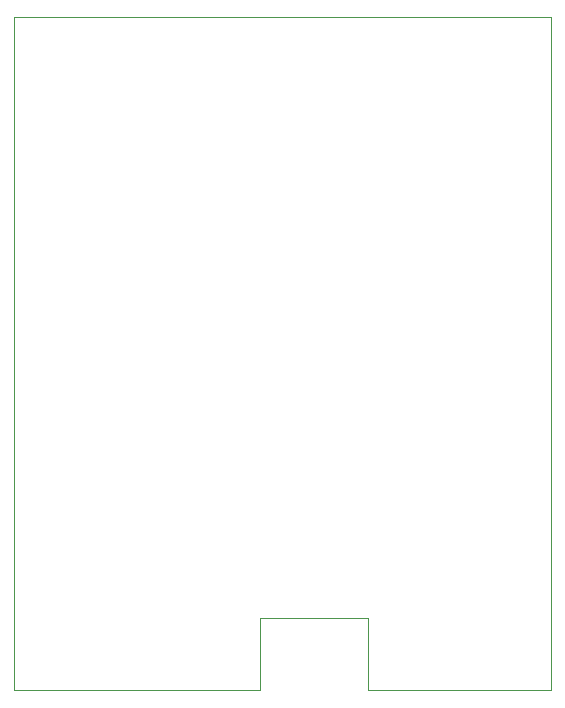
<source format=gbr>
%TF.GenerationSoftware,KiCad,Pcbnew,7.0.9-7.0.9~ubuntu22.04.1*%
%TF.CreationDate,2023-12-02T23:02:12+03:00*%
%TF.ProjectId,air-detector,6169722d-6465-4746-9563-746f722e6b69,rev?*%
%TF.SameCoordinates,Original*%
%TF.FileFunction,Profile,NP*%
%FSLAX46Y46*%
G04 Gerber Fmt 4.6, Leading zero omitted, Abs format (unit mm)*
G04 Created by KiCad (PCBNEW 7.0.9-7.0.9~ubuntu22.04.1) date 2023-12-02 23:02:12*
%MOMM*%
%LPD*%
G01*
G04 APERTURE LIST*
%TA.AperFunction,Profile*%
%ADD10C,0.100000*%
%TD*%
%TA.AperFunction,Profile*%
%ADD11C,0.120000*%
%TD*%
G04 APERTURE END LIST*
D10*
X65000000Y-32000000D02*
X65000000Y-89000000D01*
X110500000Y-89000000D02*
X110500000Y-32000000D01*
X110500000Y-32000000D02*
X65000000Y-32000000D01*
X65000000Y-89000000D02*
X84200000Y-89000000D01*
X96800000Y-89000000D02*
X110500000Y-89000000D01*
D11*
%TO.C,J9*%
X85800000Y-82900000D02*
X85800000Y-89000000D01*
X85800000Y-89000000D02*
X84200000Y-89000000D01*
X95000000Y-82900000D02*
X85800000Y-82900000D01*
X95000000Y-89000000D02*
X95000000Y-82900000D01*
X96800000Y-89000000D02*
X95000000Y-89000000D01*
%TD*%
M02*

</source>
